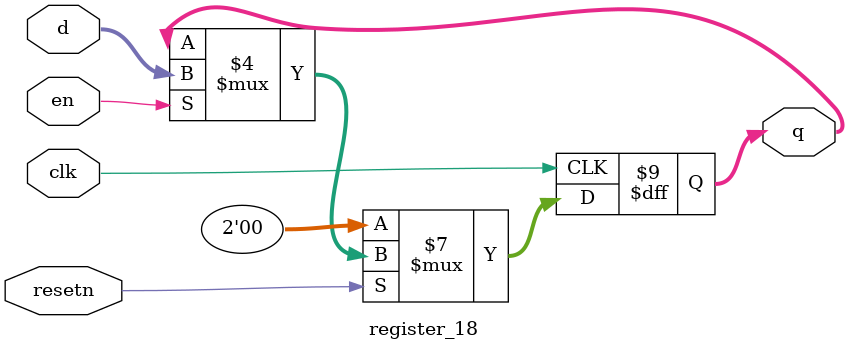
<source format=v>
module register_18(d,clk,resetn,en,q);
input clk;
input resetn;
input en;
input [1:0] d;
output [1:0] q;
reg [1:0] q;
always @(posedge clk )		
begin
	if (resetn==0)
		q<=0;
	else if (en==1)
		q<=d;
end
endmodule
</source>
